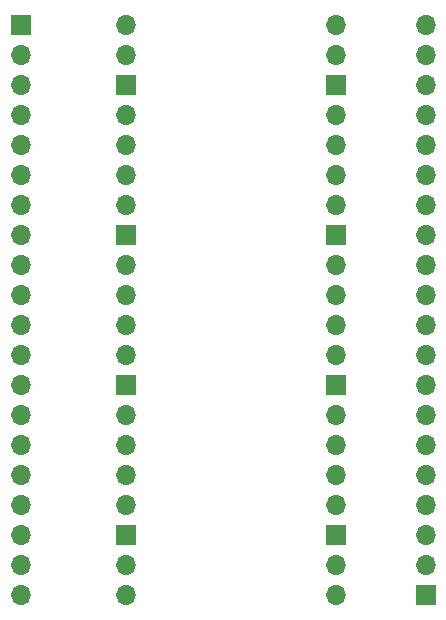
<source format=gbr>
%TF.GenerationSoftware,KiCad,Pcbnew,(6.0.11-0)*%
%TF.CreationDate,2023-01-30T18:50:33-05:00*%
%TF.ProjectId,Pico-Breakout,5069636f-2d42-4726-9561-6b6f75742e6b,1.0.0*%
%TF.SameCoordinates,Original*%
%TF.FileFunction,Soldermask,Top*%
%TF.FilePolarity,Negative*%
%FSLAX46Y46*%
G04 Gerber Fmt 4.6, Leading zero omitted, Abs format (unit mm)*
G04 Created by KiCad (PCBNEW (6.0.11-0)) date 2023-01-30 18:50:33*
%MOMM*%
%LPD*%
G01*
G04 APERTURE LIST*
%ADD10O,1.700000X1.700000*%
%ADD11R,1.700000X1.700000*%
G04 APERTURE END LIST*
D10*
%TO.C,U101*%
X148590000Y-71120000D03*
X148590000Y-73660000D03*
D11*
X148590000Y-76200000D03*
D10*
X148590000Y-78740000D03*
X148590000Y-81280000D03*
X148590000Y-83820000D03*
X148590000Y-86360000D03*
D11*
X148590000Y-88900000D03*
D10*
X148590000Y-91440000D03*
X148590000Y-93980000D03*
X148590000Y-96520000D03*
X148590000Y-99060000D03*
D11*
X148590000Y-101600000D03*
D10*
X148590000Y-104140000D03*
X148590000Y-106680000D03*
X148590000Y-109220000D03*
X148590000Y-111760000D03*
D11*
X148590000Y-114300000D03*
D10*
X148590000Y-116840000D03*
X148590000Y-119380000D03*
X166370000Y-119380000D03*
X166370000Y-116840000D03*
D11*
X166370000Y-114300000D03*
D10*
X166370000Y-111760000D03*
X166370000Y-109220000D03*
X166370000Y-106680000D03*
X166370000Y-104140000D03*
D11*
X166370000Y-101600000D03*
D10*
X166370000Y-99060000D03*
X166370000Y-96520000D03*
X166370000Y-93980000D03*
X166370000Y-91440000D03*
D11*
X166370000Y-88900000D03*
D10*
X166370000Y-86360000D03*
X166370000Y-83820000D03*
X166370000Y-81280000D03*
X166370000Y-78740000D03*
D11*
X166370000Y-76200000D03*
D10*
X166370000Y-73660000D03*
X166370000Y-71120000D03*
%TD*%
D11*
%TO.C,J102*%
X173990000Y-119380000D03*
D10*
X173990000Y-116840000D03*
X173990000Y-114300000D03*
X173990000Y-111760000D03*
X173990000Y-109220000D03*
X173990000Y-106680000D03*
X173990000Y-104140000D03*
X173990000Y-101600000D03*
X173990000Y-99060000D03*
X173990000Y-96520000D03*
X173990000Y-93980000D03*
X173990000Y-91440000D03*
X173990000Y-88900000D03*
X173990000Y-86360000D03*
X173990000Y-83820000D03*
X173990000Y-81280000D03*
X173990000Y-78740000D03*
X173990000Y-76200000D03*
X173990000Y-73660000D03*
X173990000Y-71120000D03*
%TD*%
D11*
%TO.C,J101*%
X139700000Y-71130000D03*
D10*
X139700000Y-73670000D03*
X139700000Y-76210000D03*
X139700000Y-78750000D03*
X139700000Y-81290000D03*
X139700000Y-83830000D03*
X139700000Y-86370000D03*
X139700000Y-88910000D03*
X139700000Y-91450000D03*
X139700000Y-93990000D03*
X139700000Y-96530000D03*
X139700000Y-99070000D03*
X139700000Y-101610000D03*
X139700000Y-104150000D03*
X139700000Y-106690000D03*
X139700000Y-109230000D03*
X139700000Y-111770000D03*
X139700000Y-114310000D03*
X139700000Y-116850000D03*
X139700000Y-119390000D03*
%TD*%
M02*

</source>
